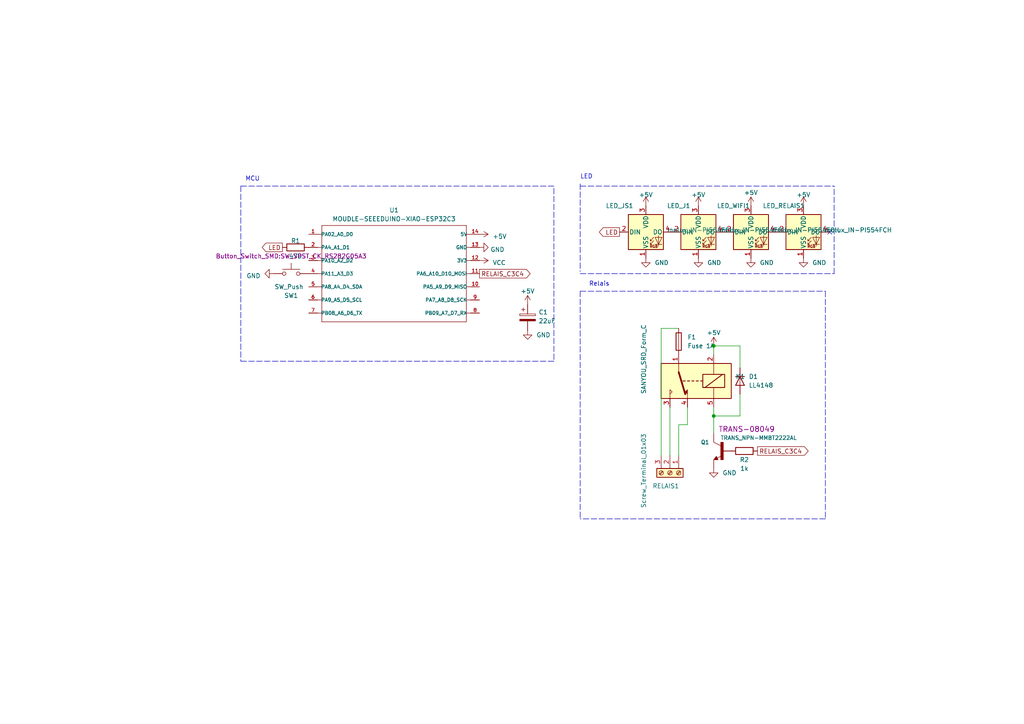
<source format=kicad_sch>
(kicad_sch (version 20231120) (generator "eeschema") (generator_version "8.0")
  (paper "A4")
  (title_block (title "C34") (date "2023-10-07") (rev "V1.00") (company "Fumée Bleue"))
  (lib_symbols
    (symbol "Connector:Screw_Terminal_01x03" (pin_names (offset 1.016) hide)
      (property "Reference" "J" (at 0 5.08 0))
      (property "Value" "Screw_Terminal_01x03" (at 0 -5.08 0))
      (symbol "Screw_Terminal_01x03_1_1"
        (rectangle (start -1.27 3.81) (end 1.27 -3.81) (stroke (width 0.254)) (fill (type background)))
        (circle (center 0 -2.54) (radius 0.635) (stroke (width 0.1524)))
        (polyline (pts (xy -0.5334 -2.2098) (xy 0.3302 -3.048)) (stroke (width 0.1524)))
        (polyline (pts (xy -0.5334 0.3302) (xy 0.3302 -0.508)) (stroke (width 0.1524)))
        (polyline (pts (xy -0.5334 2.8702) (xy 0.3302 2.032)) (stroke (width 0.1524)))
        (polyline (pts (xy -0.3556 -2.032) (xy 0.508 -2.8702)) (stroke (width 0.1524)))
        (polyline (pts (xy -0.3556 0.508) (xy 0.508 -0.3302)) (stroke (width 0.1524)))
        (polyline (pts (xy -0.3556 3.048) (xy 0.508 2.2098)) (stroke (width 0.1524)))
        (circle (center 0 0) (radius 0.635) (stroke (width 0.1524)))
        (circle (center 0 2.54) (radius 0.635) (stroke (width 0.1524)))
        (pin passive line (at -5.08 2.54 0) (length 3.81) (name "Pin_1") (number "1"))
        (pin passive line (at -5.08 0 0) (length 3.81) (name "Pin_2") (number "2"))
        (pin passive line (at -5.08 -2.54 0) (length 3.81) (name "Pin_3") (number "3"))
      )
    )
    (symbol "Device:C_Polarized" (pin_numbers hide) (pin_names (offset 0.254))
      (property "Reference" "C" (at 0.635 2.54 0))
      (property "Value" "C_Polarized" (at 0.635 -2.54 0))
      (symbol "C_Polarized_0_1"
        (rectangle (start -2.286 0.508) (end 2.286 1.016))
        (polyline (pts (xy -1.778 2.286) (xy -0.762 2.286)))
        (polyline (pts (xy -1.27 2.794) (xy -1.27 1.778)))
        (rectangle (start 2.286 -0.508) (end -2.286 -1.016) (fill (type outline)))
      )
      (symbol "C_Polarized_1_1"
        (pin passive line (at 0 3.81 270) (length 2.794) (name "~") (number "1"))
        (pin passive line (at 0 -3.81 90) (length 2.794) (name "~") (number "2"))
      )
    )
    (symbol "Device:Fuse" (pin_numbers hide) (pin_names (offset 0))
      (property "Reference" "F" (at 2.032 0 90))
      (property "Value" "Fuse" (at -1.905 0 90))
      (symbol "Fuse_0_1"
        (rectangle (start -0.762 -2.54) (end 0.762 2.54) (stroke (width 0.254)))
        (polyline (pts (xy 0 2.54) (xy 0 -2.54)))
      )
      (symbol "Fuse_1_1"
        (pin passive line (at 0 3.81 270) (length 1.27) (name "~") (number "1"))
        (pin passive line (at 0 -3.81 90) (length 1.27) (name "~") (number "2"))
      )
    )
    (symbol "Device:R" (pin_numbers hide) (pin_names (offset 0))
      (property "Reference" "R" (at 2.032 0 90))
      (property "Value" "R" (at 0 0 90))
      (symbol "R_0_1"
        (rectangle (start -1.016 -2.54) (end 1.016 2.54) (stroke (width 0.254)))
      )
      (symbol "R_1_1"
        (pin passive line (at 0 3.81 270) (length 1.27) (name "~") (number "1"))
        (pin passive line (at 0 -3.81 90) (length 1.27) (name "~") (number "2"))
      )
    )
    (symbol "Diode:LL4148" (pin_numbers hide) (pin_names (offset 1.016) hide)
      (property "Reference" "D" (at 0 2.54 0))
      (property "Value" "LL4148" (at 0 -2.54 0))
      (symbol "LL4148_0_1"
        (polyline (pts (xy -1.27 1.27) (xy -1.27 -1.27)) (stroke (width 0.254)))
        (polyline (pts (xy 1.27 0) (xy -1.27 0)))
        (polyline (pts (xy 1.27 1.27) (xy 1.27 -1.27) (xy -1.27 0) (xy 1.27 1.27)) (stroke (width 0.254)))
      )
      (symbol "LL4148_1_1"
        (pin passive line (at -3.81 0 0) (length 2.54) (name "K") (number "1"))
        (pin passive line (at 3.81 0 180) (length 2.54) (name "A") (number "2"))
      )
    )
    (symbol "LED:Inolux_IN-PI554FCH" (pin_names (offset 0.254))
      (property "Reference" "D" (at 5.08 5.715 0))
      (property "Value" "Inolux_IN-PI554FCH" (at 1.27 -5.715 0))
      (symbol "Inolux_IN-PI554FCH_0_0"
        (text "RGB" (at 2.286 -4.191 0) (effects (font (size 0.762 0.762))))
      )
      (symbol "Inolux_IN-PI554FCH_0_1"
        (polyline (pts (xy 1.27 -3.556) (xy 1.778 -3.556)))
        (polyline (pts (xy 1.27 -2.54) (xy 1.778 -2.54)))
        (polyline (pts (xy 4.699 -3.556) (xy 2.667 -3.556)))
        (polyline (pts (xy 2.286 -2.54) (xy 1.27 -3.556) (xy 1.27 -3.048)))
        (polyline (pts (xy 2.286 -1.524) (xy 1.27 -2.54) (xy 1.27 -2.032)))
        (polyline (pts (xy 3.683 -1.016) (xy 3.683 -3.556) (xy 3.683 -4.064)))
        (polyline (pts (xy 4.699 -1.524) (xy 2.667 -1.524) (xy 3.683 -3.556) (xy 4.699 -1.524)))
        (rectangle (start 5.08 5.08) (end -5.08 -5.08) (stroke (width 0.254)) (fill (type background)))
      )
      (symbol "Inolux_IN-PI554FCH_1_1"
        (pin power_in line (at 0 -7.62 90) (length 2.54) (name "VSS") (number "1"))
        (pin input line (at -7.62 0 0) (length 2.54) (name "DIN") (number "2"))
        (pin power_in line (at 0 7.62 270) (length 2.54) (name "VDD") (number "3"))
        (pin output line (at 7.62 0 180) (length 2.54) (name "DO") (number "4"))
      )
    )
    (symbol "Relay:SANYOU_SRD_Form_C"
      (property "Reference" "K" (at 11.43 3.81 0))
      (property "Value" "SANYOU_SRD_Form_C" (at 11.43 1.27 0))
      (symbol "SANYOU_SRD_Form_C_0_0"
        (polyline (pts (xy 7.62 5.08) (xy 7.62 2.54) (xy 6.985 3.175) (xy 7.62 3.81)))
      )
      (symbol "SANYOU_SRD_Form_C_0_1"
        (rectangle (start -10.16 5.08) (end 10.16 -5.08) (stroke (width 0.254)) (fill (type background)))
        (rectangle (start -8.255 1.905) (end -1.905 -1.905) (stroke (width 0.254)))
        (polyline (pts (xy -7.62 -1.905) (xy -2.54 1.905)) (stroke (width 0.254)))
        (polyline (pts (xy -5.08 -5.08) (xy -5.08 -1.905)))
        (polyline (pts (xy -5.08 5.08) (xy -5.08 1.905)))
        (polyline (pts (xy -1.905 0) (xy -1.27 0)) (stroke (width 0.254)))
        (polyline (pts (xy -0.635 0) (xy 0 0)) (stroke (width 0.254)))
        (polyline (pts (xy 0.635 0) (xy 1.27 0)) (stroke (width 0.254)))
        (polyline (pts (xy 1.905 0) (xy 2.54 0)) (stroke (width 0.254)))
        (polyline (pts (xy 3.175 0) (xy 3.81 0)) (stroke (width 0.254)))
        (polyline (pts (xy 5.08 -2.54) (xy 3.175 3.81)) (stroke (width 0.508)))
        (polyline (pts (xy 5.08 -2.54) (xy 5.08 -5.08)))
      )
      (symbol "SANYOU_SRD_Form_C_1_1"
        (polyline (pts (xy 2.54 3.81) (xy 3.175 3.175) (xy 2.54 2.54) (xy 2.54 5.08)) (fill (type outline)))
        (pin passive line (at 5.08 -7.62 90) (length 2.54) (name "~") (number "1"))
        (pin passive line (at -5.08 -7.62 90) (length 2.54) (name "~") (number "2"))
        (pin passive line (at 7.62 7.62 270) (length 2.54) (name "~") (number "3"))
        (pin passive line (at 2.54 7.62 270) (length 2.54) (name "~") (number "4"))
        (pin passive line (at -5.08 7.62 270) (length 2.54) (name "~") (number "5"))
      )
    )
    (symbol "SparkFun-DiscreteSemi:TRANS_NPN-MMBT2222AL" (pin_numbers hide) (pin_names (offset 1.016) hide)
      (property "Reference" "Q" (at 3.81 3.81 0))
      (property "Value" "TRANS_NPN-MMBT2222AL" (at 3.81 -5.08 0))
      (property "Champ4" "TRANS-08049" (at 0 7.62 0))
      (symbol "TRANS_NPN-MMBT2222AL_1_0"
        (polyline (pts (xy 1.524 -2.032) (xy 0.3048 -1.4224)))
        (polyline (pts (xy 2.54 2.54) (xy 0.508 1.524)))
      )
      (symbol "TRANS_NPN-MMBT2222AL_1_1"
        (rectangle (start -0.254 -2.54) (end 0.508 2.54) (fill (type outline)))
        (polyline (pts (xy 1.778 -1.524) (xy 2.54 -2.54) (xy 1.27 -2.54) (xy 1.778 -1.524)) (fill (type outline)))
        (pin passive line (at -2.54 0 0) (length 2.54) (name "B") (number "1"))
        (pin passive line (at 2.54 -5.08 90) (length 2.54) (name "E") (number "2"))
        (pin passive line (at 2.54 5.08 270) (length 2.54) (name "C") (number "3"))
      )
    )
    (symbol "Switch:SW_Push" (pin_numbers hide) (pin_names (offset 1.016) hide)
      (property "Reference" "SW" (at 1.27 2.54 0))
      (property "Value" "SW_Push" (at 0 -1.524 0))
      (symbol "SW_Push_0_1"
        (circle (center -2.032 0) (radius 0.508))
        (polyline (pts (xy 0 1.27) (xy 0 3.048)))
        (polyline (pts (xy 2.54 1.27) (xy -2.54 1.27)))
        (circle (center 2.032 0) (radius 0.508))
        (pin passive line (at -5.08 0 0) (length 2.54) (name "1") (number "1"))
        (pin passive line (at 5.08 0 180) (length 2.54) (name "2") (number "2"))
      )
    )
    (symbol "esp32c3:MOUDLE-SEEEDUINO-XIAO-ESP32C3" (pin_names (offset 1.016))
      (property "Reference" "U" (at -21.59 15.24 0))
      (property "Value" "MOUDLE-SEEEDUINO-XIAO-ESP32C3" (at -21.59 13.97 0))
      (symbol "MOUDLE-SEEEDUINO-XIAO-ESP32C3_0_0"
        (polyline (pts (xy -21.59 -13.97) (xy -21.59 0)) (stroke (width 0.1524)))
        (polyline (pts (xy -21.59 -11.43) (xy -22.86 -11.43)) (stroke (width 0.1524)))
        (polyline (pts (xy -21.59 -7.62) (xy -22.86 -7.62)) (stroke (width 0.1524)))
        (polyline (pts (xy -21.59 -3.81) (xy -22.86 -3.81)) (stroke (width 0.1524)))
        (polyline (pts (xy -21.59 0) (xy -22.86 0)) (stroke (width 0.1524)))
        (polyline (pts (xy -21.59 0) (xy -21.59 3.81)) (stroke (width 0.1524)))
        (polyline (pts (xy -21.59 3.81) (xy -22.86 3.81)) (stroke (width 0.1524)))
        (polyline (pts (xy -21.59 3.81) (xy -21.59 7.62)) (stroke (width 0.1524)))
        (polyline (pts (xy -21.59 7.62) (xy -22.86 7.62)) (stroke (width 0.1524)))
        (polyline (pts (xy -21.59 7.62) (xy -21.59 11.43)) (stroke (width 0.1524)))
        (polyline (pts (xy -21.59 11.43) (xy -22.86 11.43)) (stroke (width 0.1524)))
        (polyline (pts (xy -21.59 11.43) (xy -21.59 13.97)) (stroke (width 0.1524)))
        (polyline (pts (xy -21.59 13.97) (xy 20.32 13.97)) (stroke (width 0.1524)))
        (polyline (pts (xy 20.32 -13.97) (xy -21.59 -13.97)) (stroke (width 0.1524)))
        (polyline (pts (xy 20.32 3.81) (xy 20.32 -13.97)) (stroke (width 0.1524)))
        (polyline (pts (xy 20.32 7.62) (xy 20.32 3.81)) (stroke (width 0.1524)))
        (polyline (pts (xy 20.32 11.43) (xy 20.32 7.62)) (stroke (width 0.1524)))
        (polyline (pts (xy 20.32 13.97) (xy 20.32 11.43)) (stroke (width 0.1524)))
        (polyline (pts (xy 21.59 -11.43) (xy 20.32 -11.43)) (stroke (width 0.1524)))
        (polyline (pts (xy 21.59 -7.62) (xy 20.32 -7.62)) (stroke (width 0.1524)))
        (polyline (pts (xy 21.59 -3.81) (xy 20.32 -3.81)) (stroke (width 0.1524)))
        (polyline (pts (xy 21.59 0) (xy 20.32 0)) (stroke (width 0.1524)))
        (polyline (pts (xy 21.59 3.81) (xy 20.32 3.81)) (stroke (width 0.1524)))
        (polyline (pts (xy 21.59 7.62) (xy 20.32 7.62)) (stroke (width 0.1524)))
        (polyline (pts (xy 21.59 11.43) (xy 20.32 11.43)) (stroke (width 0.1524)))
        (pin bidirectional line (at -25.4 11.43 0) (length 2.54) (name "PA02_A0_D0") (number "1"))
        (pin bidirectional line (at 24.13 -3.81 180) (length 2.54) (name "PA5_A9_D9_MISO") (number "10"))
        (pin bidirectional line (at 24.13 0 180) (length 2.54) (name "PA6_A10_D10_MOSI") (number "11"))
        (pin bidirectional line (at 24.13 3.81 180) (length 2.54) (name "3V3") (number "12"))
        (pin bidirectional line (at 24.13 7.62 180) (length 2.54) (name "GND") (number "13"))
        (pin bidirectional line (at 24.13 11.43 180) (length 2.54) (name "5V") (number "14"))
        (pin bidirectional line (at -25.4 7.62 0) (length 2.54) (name "PA4_A1_D1") (number "2"))
        (pin bidirectional line (at -25.4 3.81 0) (length 2.54) (name "PA10_A2_D2") (number "3"))
        (pin bidirectional line (at -25.4 0 0) (length 2.54) (name "PA11_A3_D3") (number "4"))
        (pin bidirectional line (at -25.4 -3.81 0) (length 2.54) (name "PA8_A4_D4_SDA") (number "5"))
        (pin bidirectional line (at -25.4 -7.62 0) (length 2.54) (name "PA9_A5_D5_SCL") (number "6"))
        (pin bidirectional line (at -25.4 -11.43 0) (length 2.54) (name "PB08_A6_D6_TX") (number "7"))
        (pin bidirectional line (at 24.13 -11.43 180) (length 2.54) (name "PB09_A7_D7_RX") (number "8"))
        (pin bidirectional line (at 24.13 -7.62 180) (length 2.54) (name "PA7_A8_D8_SCK") (number "9"))
      )
    )
    (symbol "power:+5V" (power) (pin_names (offset 0))
      (property "Value" "+5V" (at 0 3.556 0))
      (symbol "+5V_0_1"
        (polyline (pts (xy -0.762 1.27) (xy 0 2.54)))
        (polyline (pts (xy 0 0) (xy 0 2.54)))
        (polyline (pts (xy 0 2.54) (xy 0.762 1.27)))
      )
      (symbol "+5V_1_1"
        (pin power_in line (at 0 0 90) (length 0) hide (name "+5V") (number "1"))
      )
    )
    (symbol "power:GND" (power) (pin_names (offset 0))
      (property "Value" "GND" (at 0 -3.81 0))
      (symbol "GND_0_1"
        (polyline (pts (xy 0 0) (xy 0 -1.27) (xy 1.27 -1.27) (xy 0 -2.54) (xy -1.27 -1.27) (xy 0 -1.27)))
      )
      (symbol "GND_1_1"
        (pin power_in line (at 0 0 270) (length 0) hide (name "GND") (number "1"))
      )
    )
    (symbol "power:VCC" (power) (pin_names (offset 0))
      (property "Value" "VCC" (at 0 3.81 0))
      (symbol "VCC_0_1"
        (polyline (pts (xy -0.762 1.27) (xy 0 2.54)))
        (polyline (pts (xy 0 0) (xy 0 2.54)))
        (polyline (pts (xy 0 2.54) (xy 0.762 1.27)))
      )
      (symbol "VCC_1_1"
        (pin power_in line (at 0 0 90) (length 0) hide (name "VCC") (number "1"))
      )
    )
  )
  (junction (at 207.01 100.33))
  (junction (at 207.01 120.65))
  (no_connect (at 240.665 67.31))
  (polyline (pts (xy 168.275 84.455) (xy 239.395 84.455)) (stroke (width 0) (type dash)))
  (wire (pts (xy 207.01 120.65) (xy 214.63 120.65)))
  (wire (pts (xy 207.01 118.11) (xy 207.01 120.65)))
  (polyline (pts (xy 168.275 79.375) (xy 241.935 79.375)) (stroke (width 0) (type dash)))
  (polyline (pts (xy 168.275 84.455) (xy 168.275 150.495)) (stroke (width 0) (type dash)))
  (wire (pts (xy 194.31 118.11) (xy 194.31 132.08)))
  (polyline (pts (xy 239.395 150.495) (xy 168.275 150.495)) (stroke (width 0) (type dash)))
  (wire (pts (xy 191.77 95.25) (xy 191.77 132.08)))
  (wire (pts (xy 191.77 95.25) (xy 196.85 95.25)))
  (wire (pts (xy 207.01 100.33) (xy 214.63 100.33)))
  (polyline (pts (xy 239.395 84.455) (xy 239.395 150.495)) (stroke (width 0) (type dash)))
  (wire (pts (xy 207.01 102.87) (xy 207.01 100.33)))
  (polyline (pts (xy 69.85 53.975) (xy 69.85 104.775)) (stroke (width 0) (type dash)))
  (wire (pts (xy 214.63 100.33) (xy 214.63 106.68)))
  (polyline (pts (xy 69.85 53.975) (xy 160.655 53.975)) (stroke (width 0) (type dash)))
  (wire (pts (xy 199.39 123.19) (xy 199.39 118.11)))
  (wire (pts (xy 196.85 123.19) (xy 199.39 123.19)))
  (wire (pts (xy 207.01 120.65) (xy 207.01 125.73)))
  (polyline (pts (xy 168.275 53.34) (xy 168.275 78.74)) (stroke (width 0) (type dash)))
  (polyline (pts (xy 160.655 54.61) (xy 160.655 104.775)) (stroke (width 0) (type dash)))
  (polyline (pts (xy 241.935 79.375) (xy 241.935 53.975)) (stroke (width 0) (type dash)))
  (wire (pts (xy 196.85 123.19) (xy 196.85 132.08)))
  (polyline (pts (xy 160.655 104.775) (xy 69.85 104.775)) (stroke (width 0) (type dash)))
  (wire (pts (xy 214.63 114.3) (xy 214.63 120.65)))
  (polyline (pts (xy 168.275 53.975) (xy 241.935 53.975)) (stroke (width 0) (type dash)))
  (text "MCU" (at 71.12 52.705 0) (effects (font (size 1.27 1.27)) (justify left bottom)))
  (text "Relais" (at 170.815 83.185 0) (effects (font (size 1.27 1.27)) (justify left bottom)))
  (text "LED" (at 168.275 52.07 0) (effects (font (size 1.27 1.27)) (justify left bottom)))
  (global_label "LED" (shape output) (at 179.705 67.31 180) (property "Intersheetrefs" "${INTERSHEET_REFS}" (effects (hide yes))))
  (global_label "RELAIS_C3C4" (shape output) (at 219.71 130.81 0) (property "Intersheetrefs" "${INTERSHEET_REFS}" (effects (hide yes))))
  (global_label "LED" (shape output) (at 81.915 71.755 180) (property "Intersheetrefs" "${INTERSHEET_REFS}" (effects (hide yes))))
  (global_label "RELAIS_C3C4" (shape output) (at 139.065 79.375 0) (property "Intersheetrefs" "${INTERSHEET_REFS}" (effects (hide yes))))
  (symbol (lib_id "Device:R") (at 85.725 71.755 90) (unit 1)
    (property "Reference" "R1" (at 85.725 69.85 90))
    (property "Value" "470" (at 85.725 74.295 90))
    (property "Footprint" "Resistor_SMD:R_1206_3216Metric_Pad1.30x1.75mm_HandSolder" (effects (hide yes)))
  )
  (symbol (lib_id "power:GND") (at 217.805 74.93 0) (unit 1)
    (property "Reference" "#PWR013" (effects (hide yes)))
    (property "Value" "GND" (at 220.345 76.1999 0) (effects (justify left)))
  )
  (symbol (lib_id "LED:Inolux_IN-PI554FCH") (at 202.565 67.31 0) (unit 1)
    (property "Reference" "LED_J1" (at 196.85 59.69 0))
    (property "Value" "Inolux_IN-PI554FCH" (at 218.44 66.7259 0))
    (property "Footprint" "LED_SMD:LED_Inolux_IN-PI554FCH_PLCC4_5.0x5.0mm_P3.2mm" (effects (hide yes)))
    (property "Datasheet" "http://www.inolux-corp.com/datasheet/SMDLED/Addressable%20LED/IN-PI554FCH.pdf" (effects (hide yes)))
  )
  (symbol (lib_id "power:GND") (at 202.565 74.93 0) (unit 1)
    (property "Reference" "#PWR09" (effects (hide yes)))
    (property "Value" "GND" (at 205.105 76.1999 0) (effects (justify left)))
  )
  (symbol (lib_id "Switch:SW_Push") (at 84.455 79.375 0) (unit 1)
    (property "Reference" "SW1" (at 84.455 85.725 0))
    (property "Value" "SW_Push" (at 83.82 83.185 0))
    (property "Footprint" "Button_Switch_SMD:SW_SPST_CK_RS282G05A3" (at 84.455 74.295 0))
  )
  (symbol (lib_id "power:+5V") (at 233.045 59.69 0) (unit 1)
    (property "Reference" "#PWR014" (effects (hide yes)))
    (property "Value" "+5V" (at 233.045 56.515 0))
  )
  (symbol (lib_id "power:GND") (at 187.325 74.93 0) (unit 1)
    (property "Reference" "#PWR07" (effects (hide yes)))
    (property "Value" "GND" (at 189.865 76.1999 0) (effects (justify left)))
  )
  (symbol (lib_id "Device:C_Polarized") (at 153.035 92.075 0) (unit 1)
    (property "Reference" "C1" (at 156.21 90.551 0) (effects (justify left)))
    (property "Value" "22uF" (at 156.21 93.091 0) (effects (justify left)))
    (property "Footprint" "Capacitor_SMD:C_1210_3225Metric_Pad1.33x2.70mm_HandSolder" (effects (hide yes)))
  )
  (symbol (lib_id "LED:Inolux_IN-PI554FCH") (at 233.045 67.31 0) (unit 1)
    (property "Reference" "LED_RELAIS1" (at 227.33 59.69 0))
    (property "Value" "Inolux_IN-PI554FCH" (at 248.92 66.7259 0))
    (property "Footprint" "LED_SMD:LED_Inolux_IN-PI554FCH_PLCC4_5.0x5.0mm_P3.2mm" (effects (hide yes)))
    (property "Datasheet" "http://www.inolux-corp.com/datasheet/SMDLED/Addressable%20LED/IN-PI554FCH.pdf" (effects (hide yes)))
  )
  (symbol (lib_id "Device:R") (at 215.9 130.81 90) (unit 1)
    (property "Reference" "R2" (at 215.9 133.35 90))
    (property "Value" "1k" (at 215.9 135.89 90))
    (property "Footprint" "Resistor_SMD:R_1206_3216Metric_Pad1.30x1.75mm_HandSolder" (effects (hide yes)))
  )
  (symbol (lib_id "esp32c3:MOUDLE-SEEEDUINO-XIAO-ESP32C3") (at 114.935 79.375 0) (unit 1)
    (property "Reference" "U1" (at 114.3 60.96 0))
    (property "Value" "MOUDLE-SEEEDUINO-XIAO-ESP32C3" (at 114.3 63.5 0))
    (property "Footprint" "esp32c3:MOUDLE14P-SMD-2.54-21X17.8MM" (effects (hide yes)))
  )
  (symbol (lib_id "Relay:SANYOU_SRD_Form_C") (at 201.93 110.49 180) (unit 1)
    (property "Reference" "K1" (at 213.36 109.2199 0) (effects (justify right)))
    (property "Value" "SANYOU_SRD_Form_C" (at 186.69 114.3 90) (effects (justify right)))
    (property "Footprint" "Relay_THT:Relay_SPDT_SANYOU_SRD_Series_Form_C" (effects (hide yes)))
    (property "Datasheet" "http://www.sanyourelay.ca/public/products/pdf/SRD.pdf" (effects (hide yes)))
  )
  (symbol (lib_id "Diode:LL4148") (at 214.63 110.49 270) (unit 1)
    (property "Reference" "D1" (at 217.17 109.2199 90) (effects (justify left)))
    (property "Value" "LL4148" (at 217.17 111.7599 90) (effects (justify left)))
    (property "Footprint" "Diode_SMD:D_MiniMELF" (effects (hide yes)))
    (property "Datasheet" "http://www.vishay.com/docs/85557/ll4148.pdf" (effects (hide yes)))
  )
  (symbol (lib_id "LED:Inolux_IN-PI554FCH") (at 187.325 67.31 0) (unit 1)
    (property "Reference" "LED_JS1" (at 179.705 59.69 0))
    (property "Value" "Inolux_IN-PI554FCH" (at 203.2 66.7259 0))
    (property "Footprint" "LED_SMD:LED_Inolux_IN-PI554FCH_PLCC4_5.0x5.0mm_P3.2mm" (effects (hide yes)))
    (property "Datasheet" "http://www.inolux-corp.com/datasheet/SMDLED/Addressable%20LED/IN-PI554FCH.pdf" (effects (hide yes)))
  )
  (symbol (lib_id "power:VCC") (at 139.065 75.565 270) (unit 1)
    (property "Reference" "#PWR03" (effects (hide yes)))
    (property "Value" "VCC" (at 142.875 76.2 90) (effects (justify left)))
  )
  (symbol (lib_id "power:GND") (at 233.045 74.93 0) (unit 1)
    (property "Reference" "#PWR015" (effects (hide yes)))
    (property "Value" "GND" (at 235.585 76.1999 0) (effects (justify left)))
  )
  (symbol (lib_id "power:GND") (at 153.035 95.885 0) (unit 1)
    (property "Reference" "#PWR05" (effects (hide yes)))
    (property "Value" "GND" (at 155.575 97.1549 0) (effects (justify left)))
  )
  (symbol (lib_id "power:+5V") (at 217.805 59.69 0) (unit 1)
    (property "Reference" "#PWR012" (effects (hide yes)))
    (property "Value" "+5V" (at 217.805 55.88 0))
  )
  (symbol (lib_id "power:+5V") (at 153.035 88.265 0) (unit 1)
    (property "Reference" "#PWR04" (effects (hide yes)))
    (property "Value" "+5V" (at 153.035 84.455 0))
  )
  (symbol (lib_id "Device:Fuse") (at 196.85 99.06 0) (unit 1)
    (property "Reference" "F1" (at 199.39 97.7899 0) (effects (justify left)))
    (property "Value" "Fuse 1A" (at 199.39 100.3299 0) (effects (justify left)))
    (property "Footprint" "Fuseholder 696310001002:696310001002" (effects (hide yes)))
  )
  (symbol (lib_id "power:GND") (at 207.01 135.89 0) (unit 1)
    (property "Reference" "#PWR011" (effects (hide yes)))
    (property "Value" "GND" (at 209.55 137.1599 0) (effects (justify left)))
  )
  (symbol (lib_id "LED:Inolux_IN-PI554FCH") (at 217.805 67.31 0) (unit 1)
    (property "Reference" "LED_WIFI1" (at 212.725 59.69 0))
    (property "Value" "Inolux_IN-PI554FCH" (at 233.68 66.7259 0))
    (property "Footprint" "LED_SMD:LED_Inolux_IN-PI554FCH_PLCC4_5.0x5.0mm_P3.2mm" (effects (hide yes)))
    (property "Datasheet" "http://www.inolux-corp.com/datasheet/SMDLED/Addressable%20LED/IN-PI554FCH.pdf" (effects (hide yes)))
  )
  (symbol (lib_id "Connector:Screw_Terminal_01x03") (at 194.31 137.16 270) (unit 1)
    (property "Reference" "RELAIS1" (at 189.23 140.97 90) (effects (justify left)))
    (property "Value" "Screw_Terminal_01x03" (at 186.69 125.73 0) (effects (justify left)))
    (property "Footprint" "TerminalBlock:TerminalBlock_Altech_AK300-3_P5.00mm" (effects (hide yes)))
  )
  (symbol (lib_id "power:+5V") (at 187.325 59.69 0) (unit 1)
    (property "Reference" "#PWR06" (effects (hide yes)))
    (property "Value" "+5V" (at 187.325 56.515 0))
  )
  (symbol (lib_id "SparkFun-DiscreteSemi:TRANS_NPN-MMBT2222AL") (at 209.55 130.81 0) (mirror y) (unit 1)
    (property "Reference" "Q1" (at 205.74 128.27 0) (effects (font (size 1.143 1.143)) (justify left)))
    (property "Value" "TRANS_NPN-MMBT2222AL" (at 231.14 127 0) (effects (font (size 1.143 1.143)) (justify left)))
    (property "Footprint" "Package_TO_SOT_SMD:SOT-23" (effects (hide yes)))
    (property "Champ4" "TRANS-08049" (at 224.79 124.46 0) (effects (font (size 1.524 1.524)) (justify left)))
  )
  (symbol (lib_id "power:GND") (at 139.065 71.755 90) (unit 1)
    (property "Reference" "#PWR02" (effects (hide yes)))
    (property "Value" "GND" (at 142.24 72.39 90) (effects (justify right)))
  )
  (symbol (lib_id "power:+5V") (at 207.01 100.33 0) (unit 1)
    (property "Reference" "#PWR010" (effects (hide yes)))
    (property "Value" "+5V" (at 207.01 96.52 0))
  )
  (symbol (lib_id "power:+5V") (at 202.565 59.69 0) (unit 1)
    (property "Reference" "#PWR08" (effects (hide yes)))
    (property "Value" "+5V" (at 202.565 56.515 0))
  )
  (symbol (lib_id "power:+5V") (at 139.065 67.945 270) (unit 1)
    (property "Reference" "#PWR01" (effects (hide yes)))
    (property "Value" "+5V" (at 142.875 68.58 90) (effects (justify left)))
  )
  (symbol (lib_id "power:GND") (at 79.375 79.375 270) (unit 1)
    (property "Reference" "#PWR016" (effects (hide yes)))
    (property "Value" "GND" (at 75.565 80.01 90) (effects (justify right)))
  )
)
</source>
